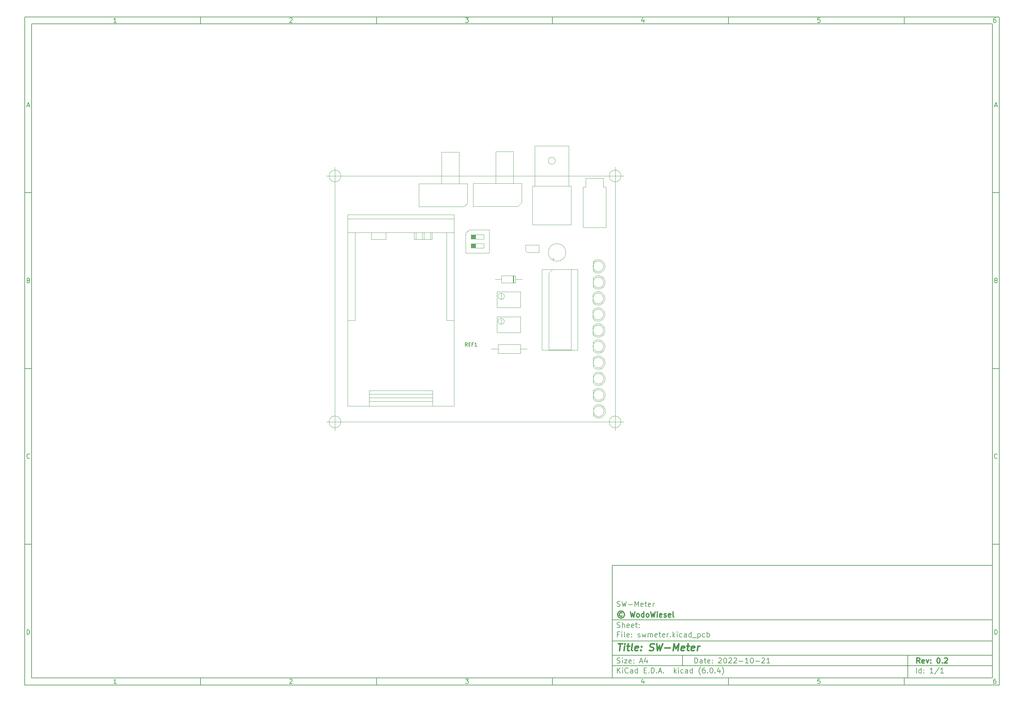
<source format=gbr>
%TF.GenerationSoftware,KiCad,Pcbnew,(6.0.4)*%
%TF.CreationDate,2022-11-15T21:12:37+01:00*%
%TF.ProjectId,swmeter,73776d65-7465-4722-9e6b-696361645f70,0.2*%
%TF.SameCoordinates,Original*%
%TF.FileFunction,AssemblyDrawing,Top*%
%FSLAX46Y46*%
G04 Gerber Fmt 4.6, Leading zero omitted, Abs format (unit mm)*
G04 Created by KiCad (PCBNEW (6.0.4)) date 2022-11-15 21:12:37*
%MOMM*%
%LPD*%
G01*
G04 APERTURE LIST*
%ADD10C,0.100000*%
%ADD11C,0.150000*%
%ADD12C,0.300000*%
%ADD13C,0.400000*%
%TA.AperFunction,Profile*%
%ADD14C,0.100000*%
%TD*%
G04 APERTURE END LIST*
D10*
D11*
X177002200Y-166007200D02*
X177002200Y-198007200D01*
X285002200Y-198007200D01*
X285002200Y-166007200D01*
X177002200Y-166007200D01*
D10*
D11*
X10000000Y-10000000D02*
X10000000Y-200007200D01*
X287002200Y-200007200D01*
X287002200Y-10000000D01*
X10000000Y-10000000D01*
D10*
D11*
X12000000Y-12000000D02*
X12000000Y-198007200D01*
X285002200Y-198007200D01*
X285002200Y-12000000D01*
X12000000Y-12000000D01*
D10*
D11*
X60000000Y-12000000D02*
X60000000Y-10000000D01*
D10*
D11*
X110000000Y-12000000D02*
X110000000Y-10000000D01*
D10*
D11*
X160000000Y-12000000D02*
X160000000Y-10000000D01*
D10*
D11*
X210000000Y-12000000D02*
X210000000Y-10000000D01*
D10*
D11*
X260000000Y-12000000D02*
X260000000Y-10000000D01*
D10*
D11*
X36065476Y-11588095D02*
X35322619Y-11588095D01*
X35694047Y-11588095D02*
X35694047Y-10288095D01*
X35570238Y-10473809D01*
X35446428Y-10597619D01*
X35322619Y-10659523D01*
D10*
D11*
X85322619Y-10411904D02*
X85384523Y-10350000D01*
X85508333Y-10288095D01*
X85817857Y-10288095D01*
X85941666Y-10350000D01*
X86003571Y-10411904D01*
X86065476Y-10535714D01*
X86065476Y-10659523D01*
X86003571Y-10845238D01*
X85260714Y-11588095D01*
X86065476Y-11588095D01*
D10*
D11*
X135260714Y-10288095D02*
X136065476Y-10288095D01*
X135632142Y-10783333D01*
X135817857Y-10783333D01*
X135941666Y-10845238D01*
X136003571Y-10907142D01*
X136065476Y-11030952D01*
X136065476Y-11340476D01*
X136003571Y-11464285D01*
X135941666Y-11526190D01*
X135817857Y-11588095D01*
X135446428Y-11588095D01*
X135322619Y-11526190D01*
X135260714Y-11464285D01*
D10*
D11*
X185941666Y-10721428D02*
X185941666Y-11588095D01*
X185632142Y-10226190D02*
X185322619Y-11154761D01*
X186127380Y-11154761D01*
D10*
D11*
X236003571Y-10288095D02*
X235384523Y-10288095D01*
X235322619Y-10907142D01*
X235384523Y-10845238D01*
X235508333Y-10783333D01*
X235817857Y-10783333D01*
X235941666Y-10845238D01*
X236003571Y-10907142D01*
X236065476Y-11030952D01*
X236065476Y-11340476D01*
X236003571Y-11464285D01*
X235941666Y-11526190D01*
X235817857Y-11588095D01*
X235508333Y-11588095D01*
X235384523Y-11526190D01*
X235322619Y-11464285D01*
D10*
D11*
X285941666Y-10288095D02*
X285694047Y-10288095D01*
X285570238Y-10350000D01*
X285508333Y-10411904D01*
X285384523Y-10597619D01*
X285322619Y-10845238D01*
X285322619Y-11340476D01*
X285384523Y-11464285D01*
X285446428Y-11526190D01*
X285570238Y-11588095D01*
X285817857Y-11588095D01*
X285941666Y-11526190D01*
X286003571Y-11464285D01*
X286065476Y-11340476D01*
X286065476Y-11030952D01*
X286003571Y-10907142D01*
X285941666Y-10845238D01*
X285817857Y-10783333D01*
X285570238Y-10783333D01*
X285446428Y-10845238D01*
X285384523Y-10907142D01*
X285322619Y-11030952D01*
D10*
D11*
X60000000Y-198007200D02*
X60000000Y-200007200D01*
D10*
D11*
X110000000Y-198007200D02*
X110000000Y-200007200D01*
D10*
D11*
X160000000Y-198007200D02*
X160000000Y-200007200D01*
D10*
D11*
X210000000Y-198007200D02*
X210000000Y-200007200D01*
D10*
D11*
X260000000Y-198007200D02*
X260000000Y-200007200D01*
D10*
D11*
X36065476Y-199595295D02*
X35322619Y-199595295D01*
X35694047Y-199595295D02*
X35694047Y-198295295D01*
X35570238Y-198481009D01*
X35446428Y-198604819D01*
X35322619Y-198666723D01*
D10*
D11*
X85322619Y-198419104D02*
X85384523Y-198357200D01*
X85508333Y-198295295D01*
X85817857Y-198295295D01*
X85941666Y-198357200D01*
X86003571Y-198419104D01*
X86065476Y-198542914D01*
X86065476Y-198666723D01*
X86003571Y-198852438D01*
X85260714Y-199595295D01*
X86065476Y-199595295D01*
D10*
D11*
X135260714Y-198295295D02*
X136065476Y-198295295D01*
X135632142Y-198790533D01*
X135817857Y-198790533D01*
X135941666Y-198852438D01*
X136003571Y-198914342D01*
X136065476Y-199038152D01*
X136065476Y-199347676D01*
X136003571Y-199471485D01*
X135941666Y-199533390D01*
X135817857Y-199595295D01*
X135446428Y-199595295D01*
X135322619Y-199533390D01*
X135260714Y-199471485D01*
D10*
D11*
X185941666Y-198728628D02*
X185941666Y-199595295D01*
X185632142Y-198233390D02*
X185322619Y-199161961D01*
X186127380Y-199161961D01*
D10*
D11*
X236003571Y-198295295D02*
X235384523Y-198295295D01*
X235322619Y-198914342D01*
X235384523Y-198852438D01*
X235508333Y-198790533D01*
X235817857Y-198790533D01*
X235941666Y-198852438D01*
X236003571Y-198914342D01*
X236065476Y-199038152D01*
X236065476Y-199347676D01*
X236003571Y-199471485D01*
X235941666Y-199533390D01*
X235817857Y-199595295D01*
X235508333Y-199595295D01*
X235384523Y-199533390D01*
X235322619Y-199471485D01*
D10*
D11*
X285941666Y-198295295D02*
X285694047Y-198295295D01*
X285570238Y-198357200D01*
X285508333Y-198419104D01*
X285384523Y-198604819D01*
X285322619Y-198852438D01*
X285322619Y-199347676D01*
X285384523Y-199471485D01*
X285446428Y-199533390D01*
X285570238Y-199595295D01*
X285817857Y-199595295D01*
X285941666Y-199533390D01*
X286003571Y-199471485D01*
X286065476Y-199347676D01*
X286065476Y-199038152D01*
X286003571Y-198914342D01*
X285941666Y-198852438D01*
X285817857Y-198790533D01*
X285570238Y-198790533D01*
X285446428Y-198852438D01*
X285384523Y-198914342D01*
X285322619Y-199038152D01*
D10*
D11*
X10000000Y-60000000D02*
X12000000Y-60000000D01*
D10*
D11*
X10000000Y-110000000D02*
X12000000Y-110000000D01*
D10*
D11*
X10000000Y-160000000D02*
X12000000Y-160000000D01*
D10*
D11*
X10690476Y-35216666D02*
X11309523Y-35216666D01*
X10566666Y-35588095D02*
X11000000Y-34288095D01*
X11433333Y-35588095D01*
D10*
D11*
X11092857Y-84907142D02*
X11278571Y-84969047D01*
X11340476Y-85030952D01*
X11402380Y-85154761D01*
X11402380Y-85340476D01*
X11340476Y-85464285D01*
X11278571Y-85526190D01*
X11154761Y-85588095D01*
X10659523Y-85588095D01*
X10659523Y-84288095D01*
X11092857Y-84288095D01*
X11216666Y-84350000D01*
X11278571Y-84411904D01*
X11340476Y-84535714D01*
X11340476Y-84659523D01*
X11278571Y-84783333D01*
X11216666Y-84845238D01*
X11092857Y-84907142D01*
X10659523Y-84907142D01*
D10*
D11*
X11402380Y-135464285D02*
X11340476Y-135526190D01*
X11154761Y-135588095D01*
X11030952Y-135588095D01*
X10845238Y-135526190D01*
X10721428Y-135402380D01*
X10659523Y-135278571D01*
X10597619Y-135030952D01*
X10597619Y-134845238D01*
X10659523Y-134597619D01*
X10721428Y-134473809D01*
X10845238Y-134350000D01*
X11030952Y-134288095D01*
X11154761Y-134288095D01*
X11340476Y-134350000D01*
X11402380Y-134411904D01*
D10*
D11*
X10659523Y-185588095D02*
X10659523Y-184288095D01*
X10969047Y-184288095D01*
X11154761Y-184350000D01*
X11278571Y-184473809D01*
X11340476Y-184597619D01*
X11402380Y-184845238D01*
X11402380Y-185030952D01*
X11340476Y-185278571D01*
X11278571Y-185402380D01*
X11154761Y-185526190D01*
X10969047Y-185588095D01*
X10659523Y-185588095D01*
D10*
D11*
X287002200Y-60000000D02*
X285002200Y-60000000D01*
D10*
D11*
X287002200Y-110000000D02*
X285002200Y-110000000D01*
D10*
D11*
X287002200Y-160000000D02*
X285002200Y-160000000D01*
D10*
D11*
X285692676Y-35216666D02*
X286311723Y-35216666D01*
X285568866Y-35588095D02*
X286002200Y-34288095D01*
X286435533Y-35588095D01*
D10*
D11*
X286095057Y-84907142D02*
X286280771Y-84969047D01*
X286342676Y-85030952D01*
X286404580Y-85154761D01*
X286404580Y-85340476D01*
X286342676Y-85464285D01*
X286280771Y-85526190D01*
X286156961Y-85588095D01*
X285661723Y-85588095D01*
X285661723Y-84288095D01*
X286095057Y-84288095D01*
X286218866Y-84350000D01*
X286280771Y-84411904D01*
X286342676Y-84535714D01*
X286342676Y-84659523D01*
X286280771Y-84783333D01*
X286218866Y-84845238D01*
X286095057Y-84907142D01*
X285661723Y-84907142D01*
D10*
D11*
X286404580Y-135464285D02*
X286342676Y-135526190D01*
X286156961Y-135588095D01*
X286033152Y-135588095D01*
X285847438Y-135526190D01*
X285723628Y-135402380D01*
X285661723Y-135278571D01*
X285599819Y-135030952D01*
X285599819Y-134845238D01*
X285661723Y-134597619D01*
X285723628Y-134473809D01*
X285847438Y-134350000D01*
X286033152Y-134288095D01*
X286156961Y-134288095D01*
X286342676Y-134350000D01*
X286404580Y-134411904D01*
D10*
D11*
X285661723Y-185588095D02*
X285661723Y-184288095D01*
X285971247Y-184288095D01*
X286156961Y-184350000D01*
X286280771Y-184473809D01*
X286342676Y-184597619D01*
X286404580Y-184845238D01*
X286404580Y-185030952D01*
X286342676Y-185278571D01*
X286280771Y-185402380D01*
X286156961Y-185526190D01*
X285971247Y-185588095D01*
X285661723Y-185588095D01*
D10*
D11*
X200434342Y-193785771D02*
X200434342Y-192285771D01*
X200791485Y-192285771D01*
X201005771Y-192357200D01*
X201148628Y-192500057D01*
X201220057Y-192642914D01*
X201291485Y-192928628D01*
X201291485Y-193142914D01*
X201220057Y-193428628D01*
X201148628Y-193571485D01*
X201005771Y-193714342D01*
X200791485Y-193785771D01*
X200434342Y-193785771D01*
X202577200Y-193785771D02*
X202577200Y-193000057D01*
X202505771Y-192857200D01*
X202362914Y-192785771D01*
X202077200Y-192785771D01*
X201934342Y-192857200D01*
X202577200Y-193714342D02*
X202434342Y-193785771D01*
X202077200Y-193785771D01*
X201934342Y-193714342D01*
X201862914Y-193571485D01*
X201862914Y-193428628D01*
X201934342Y-193285771D01*
X202077200Y-193214342D01*
X202434342Y-193214342D01*
X202577200Y-193142914D01*
X203077200Y-192785771D02*
X203648628Y-192785771D01*
X203291485Y-192285771D02*
X203291485Y-193571485D01*
X203362914Y-193714342D01*
X203505771Y-193785771D01*
X203648628Y-193785771D01*
X204720057Y-193714342D02*
X204577200Y-193785771D01*
X204291485Y-193785771D01*
X204148628Y-193714342D01*
X204077200Y-193571485D01*
X204077200Y-193000057D01*
X204148628Y-192857200D01*
X204291485Y-192785771D01*
X204577200Y-192785771D01*
X204720057Y-192857200D01*
X204791485Y-193000057D01*
X204791485Y-193142914D01*
X204077200Y-193285771D01*
X205434342Y-193642914D02*
X205505771Y-193714342D01*
X205434342Y-193785771D01*
X205362914Y-193714342D01*
X205434342Y-193642914D01*
X205434342Y-193785771D01*
X205434342Y-192857200D02*
X205505771Y-192928628D01*
X205434342Y-193000057D01*
X205362914Y-192928628D01*
X205434342Y-192857200D01*
X205434342Y-193000057D01*
X207220057Y-192428628D02*
X207291485Y-192357200D01*
X207434342Y-192285771D01*
X207791485Y-192285771D01*
X207934342Y-192357200D01*
X208005771Y-192428628D01*
X208077200Y-192571485D01*
X208077200Y-192714342D01*
X208005771Y-192928628D01*
X207148628Y-193785771D01*
X208077200Y-193785771D01*
X209005771Y-192285771D02*
X209148628Y-192285771D01*
X209291485Y-192357200D01*
X209362914Y-192428628D01*
X209434342Y-192571485D01*
X209505771Y-192857200D01*
X209505771Y-193214342D01*
X209434342Y-193500057D01*
X209362914Y-193642914D01*
X209291485Y-193714342D01*
X209148628Y-193785771D01*
X209005771Y-193785771D01*
X208862914Y-193714342D01*
X208791485Y-193642914D01*
X208720057Y-193500057D01*
X208648628Y-193214342D01*
X208648628Y-192857200D01*
X208720057Y-192571485D01*
X208791485Y-192428628D01*
X208862914Y-192357200D01*
X209005771Y-192285771D01*
X210077200Y-192428628D02*
X210148628Y-192357200D01*
X210291485Y-192285771D01*
X210648628Y-192285771D01*
X210791485Y-192357200D01*
X210862914Y-192428628D01*
X210934342Y-192571485D01*
X210934342Y-192714342D01*
X210862914Y-192928628D01*
X210005771Y-193785771D01*
X210934342Y-193785771D01*
X211505771Y-192428628D02*
X211577200Y-192357200D01*
X211720057Y-192285771D01*
X212077200Y-192285771D01*
X212220057Y-192357200D01*
X212291485Y-192428628D01*
X212362914Y-192571485D01*
X212362914Y-192714342D01*
X212291485Y-192928628D01*
X211434342Y-193785771D01*
X212362914Y-193785771D01*
X213005771Y-193214342D02*
X214148628Y-193214342D01*
X215648628Y-193785771D02*
X214791485Y-193785771D01*
X215220057Y-193785771D02*
X215220057Y-192285771D01*
X215077200Y-192500057D01*
X214934342Y-192642914D01*
X214791485Y-192714342D01*
X216577200Y-192285771D02*
X216720057Y-192285771D01*
X216862914Y-192357200D01*
X216934342Y-192428628D01*
X217005771Y-192571485D01*
X217077200Y-192857200D01*
X217077200Y-193214342D01*
X217005771Y-193500057D01*
X216934342Y-193642914D01*
X216862914Y-193714342D01*
X216720057Y-193785771D01*
X216577200Y-193785771D01*
X216434342Y-193714342D01*
X216362914Y-193642914D01*
X216291485Y-193500057D01*
X216220057Y-193214342D01*
X216220057Y-192857200D01*
X216291485Y-192571485D01*
X216362914Y-192428628D01*
X216434342Y-192357200D01*
X216577200Y-192285771D01*
X217720057Y-193214342D02*
X218862914Y-193214342D01*
X219505771Y-192428628D02*
X219577200Y-192357200D01*
X219720057Y-192285771D01*
X220077200Y-192285771D01*
X220220057Y-192357200D01*
X220291485Y-192428628D01*
X220362914Y-192571485D01*
X220362914Y-192714342D01*
X220291485Y-192928628D01*
X219434342Y-193785771D01*
X220362914Y-193785771D01*
X221791485Y-193785771D02*
X220934342Y-193785771D01*
X221362914Y-193785771D02*
X221362914Y-192285771D01*
X221220057Y-192500057D01*
X221077200Y-192642914D01*
X220934342Y-192714342D01*
D10*
D11*
X177002200Y-194507200D02*
X285002200Y-194507200D01*
D10*
D11*
X178434342Y-196585771D02*
X178434342Y-195085771D01*
X179291485Y-196585771D02*
X178648628Y-195728628D01*
X179291485Y-195085771D02*
X178434342Y-195942914D01*
X179934342Y-196585771D02*
X179934342Y-195585771D01*
X179934342Y-195085771D02*
X179862914Y-195157200D01*
X179934342Y-195228628D01*
X180005771Y-195157200D01*
X179934342Y-195085771D01*
X179934342Y-195228628D01*
X181505771Y-196442914D02*
X181434342Y-196514342D01*
X181220057Y-196585771D01*
X181077200Y-196585771D01*
X180862914Y-196514342D01*
X180720057Y-196371485D01*
X180648628Y-196228628D01*
X180577200Y-195942914D01*
X180577200Y-195728628D01*
X180648628Y-195442914D01*
X180720057Y-195300057D01*
X180862914Y-195157200D01*
X181077200Y-195085771D01*
X181220057Y-195085771D01*
X181434342Y-195157200D01*
X181505771Y-195228628D01*
X182791485Y-196585771D02*
X182791485Y-195800057D01*
X182720057Y-195657200D01*
X182577200Y-195585771D01*
X182291485Y-195585771D01*
X182148628Y-195657200D01*
X182791485Y-196514342D02*
X182648628Y-196585771D01*
X182291485Y-196585771D01*
X182148628Y-196514342D01*
X182077200Y-196371485D01*
X182077200Y-196228628D01*
X182148628Y-196085771D01*
X182291485Y-196014342D01*
X182648628Y-196014342D01*
X182791485Y-195942914D01*
X184148628Y-196585771D02*
X184148628Y-195085771D01*
X184148628Y-196514342D02*
X184005771Y-196585771D01*
X183720057Y-196585771D01*
X183577200Y-196514342D01*
X183505771Y-196442914D01*
X183434342Y-196300057D01*
X183434342Y-195871485D01*
X183505771Y-195728628D01*
X183577200Y-195657200D01*
X183720057Y-195585771D01*
X184005771Y-195585771D01*
X184148628Y-195657200D01*
X186005771Y-195800057D02*
X186505771Y-195800057D01*
X186720057Y-196585771D02*
X186005771Y-196585771D01*
X186005771Y-195085771D01*
X186720057Y-195085771D01*
X187362914Y-196442914D02*
X187434342Y-196514342D01*
X187362914Y-196585771D01*
X187291485Y-196514342D01*
X187362914Y-196442914D01*
X187362914Y-196585771D01*
X188077200Y-196585771D02*
X188077200Y-195085771D01*
X188434342Y-195085771D01*
X188648628Y-195157200D01*
X188791485Y-195300057D01*
X188862914Y-195442914D01*
X188934342Y-195728628D01*
X188934342Y-195942914D01*
X188862914Y-196228628D01*
X188791485Y-196371485D01*
X188648628Y-196514342D01*
X188434342Y-196585771D01*
X188077200Y-196585771D01*
X189577200Y-196442914D02*
X189648628Y-196514342D01*
X189577200Y-196585771D01*
X189505771Y-196514342D01*
X189577200Y-196442914D01*
X189577200Y-196585771D01*
X190220057Y-196157200D02*
X190934342Y-196157200D01*
X190077200Y-196585771D02*
X190577200Y-195085771D01*
X191077200Y-196585771D01*
X191577200Y-196442914D02*
X191648628Y-196514342D01*
X191577200Y-196585771D01*
X191505771Y-196514342D01*
X191577200Y-196442914D01*
X191577200Y-196585771D01*
X194577200Y-196585771D02*
X194577200Y-195085771D01*
X194720057Y-196014342D02*
X195148628Y-196585771D01*
X195148628Y-195585771D02*
X194577200Y-196157200D01*
X195791485Y-196585771D02*
X195791485Y-195585771D01*
X195791485Y-195085771D02*
X195720057Y-195157200D01*
X195791485Y-195228628D01*
X195862914Y-195157200D01*
X195791485Y-195085771D01*
X195791485Y-195228628D01*
X197148628Y-196514342D02*
X197005771Y-196585771D01*
X196720057Y-196585771D01*
X196577200Y-196514342D01*
X196505771Y-196442914D01*
X196434342Y-196300057D01*
X196434342Y-195871485D01*
X196505771Y-195728628D01*
X196577200Y-195657200D01*
X196720057Y-195585771D01*
X197005771Y-195585771D01*
X197148628Y-195657200D01*
X198434342Y-196585771D02*
X198434342Y-195800057D01*
X198362914Y-195657200D01*
X198220057Y-195585771D01*
X197934342Y-195585771D01*
X197791485Y-195657200D01*
X198434342Y-196514342D02*
X198291485Y-196585771D01*
X197934342Y-196585771D01*
X197791485Y-196514342D01*
X197720057Y-196371485D01*
X197720057Y-196228628D01*
X197791485Y-196085771D01*
X197934342Y-196014342D01*
X198291485Y-196014342D01*
X198434342Y-195942914D01*
X199791485Y-196585771D02*
X199791485Y-195085771D01*
X199791485Y-196514342D02*
X199648628Y-196585771D01*
X199362914Y-196585771D01*
X199220057Y-196514342D01*
X199148628Y-196442914D01*
X199077200Y-196300057D01*
X199077200Y-195871485D01*
X199148628Y-195728628D01*
X199220057Y-195657200D01*
X199362914Y-195585771D01*
X199648628Y-195585771D01*
X199791485Y-195657200D01*
X202077200Y-197157200D02*
X202005771Y-197085771D01*
X201862914Y-196871485D01*
X201791485Y-196728628D01*
X201720057Y-196514342D01*
X201648628Y-196157200D01*
X201648628Y-195871485D01*
X201720057Y-195514342D01*
X201791485Y-195300057D01*
X201862914Y-195157200D01*
X202005771Y-194942914D01*
X202077200Y-194871485D01*
X203291485Y-195085771D02*
X203005771Y-195085771D01*
X202862914Y-195157200D01*
X202791485Y-195228628D01*
X202648628Y-195442914D01*
X202577200Y-195728628D01*
X202577200Y-196300057D01*
X202648628Y-196442914D01*
X202720057Y-196514342D01*
X202862914Y-196585771D01*
X203148628Y-196585771D01*
X203291485Y-196514342D01*
X203362914Y-196442914D01*
X203434342Y-196300057D01*
X203434342Y-195942914D01*
X203362914Y-195800057D01*
X203291485Y-195728628D01*
X203148628Y-195657200D01*
X202862914Y-195657200D01*
X202720057Y-195728628D01*
X202648628Y-195800057D01*
X202577200Y-195942914D01*
X204077200Y-196442914D02*
X204148628Y-196514342D01*
X204077200Y-196585771D01*
X204005771Y-196514342D01*
X204077200Y-196442914D01*
X204077200Y-196585771D01*
X205077200Y-195085771D02*
X205220057Y-195085771D01*
X205362914Y-195157200D01*
X205434342Y-195228628D01*
X205505771Y-195371485D01*
X205577200Y-195657200D01*
X205577200Y-196014342D01*
X205505771Y-196300057D01*
X205434342Y-196442914D01*
X205362914Y-196514342D01*
X205220057Y-196585771D01*
X205077200Y-196585771D01*
X204934342Y-196514342D01*
X204862914Y-196442914D01*
X204791485Y-196300057D01*
X204720057Y-196014342D01*
X204720057Y-195657200D01*
X204791485Y-195371485D01*
X204862914Y-195228628D01*
X204934342Y-195157200D01*
X205077200Y-195085771D01*
X206220057Y-196442914D02*
X206291485Y-196514342D01*
X206220057Y-196585771D01*
X206148628Y-196514342D01*
X206220057Y-196442914D01*
X206220057Y-196585771D01*
X207577200Y-195585771D02*
X207577200Y-196585771D01*
X207220057Y-195014342D02*
X206862914Y-196085771D01*
X207791485Y-196085771D01*
X208220057Y-197157200D02*
X208291485Y-197085771D01*
X208434342Y-196871485D01*
X208505771Y-196728628D01*
X208577200Y-196514342D01*
X208648628Y-196157200D01*
X208648628Y-195871485D01*
X208577200Y-195514342D01*
X208505771Y-195300057D01*
X208434342Y-195157200D01*
X208291485Y-194942914D01*
X208220057Y-194871485D01*
D10*
D11*
X177002200Y-191507200D02*
X285002200Y-191507200D01*
D10*
D12*
X264411485Y-193785771D02*
X263911485Y-193071485D01*
X263554342Y-193785771D02*
X263554342Y-192285771D01*
X264125771Y-192285771D01*
X264268628Y-192357200D01*
X264340057Y-192428628D01*
X264411485Y-192571485D01*
X264411485Y-192785771D01*
X264340057Y-192928628D01*
X264268628Y-193000057D01*
X264125771Y-193071485D01*
X263554342Y-193071485D01*
X265625771Y-193714342D02*
X265482914Y-193785771D01*
X265197200Y-193785771D01*
X265054342Y-193714342D01*
X264982914Y-193571485D01*
X264982914Y-193000057D01*
X265054342Y-192857200D01*
X265197200Y-192785771D01*
X265482914Y-192785771D01*
X265625771Y-192857200D01*
X265697200Y-193000057D01*
X265697200Y-193142914D01*
X264982914Y-193285771D01*
X266197200Y-192785771D02*
X266554342Y-193785771D01*
X266911485Y-192785771D01*
X267482914Y-193642914D02*
X267554342Y-193714342D01*
X267482914Y-193785771D01*
X267411485Y-193714342D01*
X267482914Y-193642914D01*
X267482914Y-193785771D01*
X267482914Y-192857200D02*
X267554342Y-192928628D01*
X267482914Y-193000057D01*
X267411485Y-192928628D01*
X267482914Y-192857200D01*
X267482914Y-193000057D01*
X269625771Y-192285771D02*
X269768628Y-192285771D01*
X269911485Y-192357200D01*
X269982914Y-192428628D01*
X270054342Y-192571485D01*
X270125771Y-192857200D01*
X270125771Y-193214342D01*
X270054342Y-193500057D01*
X269982914Y-193642914D01*
X269911485Y-193714342D01*
X269768628Y-193785771D01*
X269625771Y-193785771D01*
X269482914Y-193714342D01*
X269411485Y-193642914D01*
X269340057Y-193500057D01*
X269268628Y-193214342D01*
X269268628Y-192857200D01*
X269340057Y-192571485D01*
X269411485Y-192428628D01*
X269482914Y-192357200D01*
X269625771Y-192285771D01*
X270768628Y-193642914D02*
X270840057Y-193714342D01*
X270768628Y-193785771D01*
X270697200Y-193714342D01*
X270768628Y-193642914D01*
X270768628Y-193785771D01*
X271411485Y-192428628D02*
X271482914Y-192357200D01*
X271625771Y-192285771D01*
X271982914Y-192285771D01*
X272125771Y-192357200D01*
X272197200Y-192428628D01*
X272268628Y-192571485D01*
X272268628Y-192714342D01*
X272197200Y-192928628D01*
X271340057Y-193785771D01*
X272268628Y-193785771D01*
D10*
D11*
X178362914Y-193714342D02*
X178577200Y-193785771D01*
X178934342Y-193785771D01*
X179077200Y-193714342D01*
X179148628Y-193642914D01*
X179220057Y-193500057D01*
X179220057Y-193357200D01*
X179148628Y-193214342D01*
X179077200Y-193142914D01*
X178934342Y-193071485D01*
X178648628Y-193000057D01*
X178505771Y-192928628D01*
X178434342Y-192857200D01*
X178362914Y-192714342D01*
X178362914Y-192571485D01*
X178434342Y-192428628D01*
X178505771Y-192357200D01*
X178648628Y-192285771D01*
X179005771Y-192285771D01*
X179220057Y-192357200D01*
X179862914Y-193785771D02*
X179862914Y-192785771D01*
X179862914Y-192285771D02*
X179791485Y-192357200D01*
X179862914Y-192428628D01*
X179934342Y-192357200D01*
X179862914Y-192285771D01*
X179862914Y-192428628D01*
X180434342Y-192785771D02*
X181220057Y-192785771D01*
X180434342Y-193785771D01*
X181220057Y-193785771D01*
X182362914Y-193714342D02*
X182220057Y-193785771D01*
X181934342Y-193785771D01*
X181791485Y-193714342D01*
X181720057Y-193571485D01*
X181720057Y-193000057D01*
X181791485Y-192857200D01*
X181934342Y-192785771D01*
X182220057Y-192785771D01*
X182362914Y-192857200D01*
X182434342Y-193000057D01*
X182434342Y-193142914D01*
X181720057Y-193285771D01*
X183077200Y-193642914D02*
X183148628Y-193714342D01*
X183077200Y-193785771D01*
X183005771Y-193714342D01*
X183077200Y-193642914D01*
X183077200Y-193785771D01*
X183077200Y-192857200D02*
X183148628Y-192928628D01*
X183077200Y-193000057D01*
X183005771Y-192928628D01*
X183077200Y-192857200D01*
X183077200Y-193000057D01*
X184862914Y-193357200D02*
X185577200Y-193357200D01*
X184720057Y-193785771D02*
X185220057Y-192285771D01*
X185720057Y-193785771D01*
X186862914Y-192785771D02*
X186862914Y-193785771D01*
X186505771Y-192214342D02*
X186148628Y-193285771D01*
X187077200Y-193285771D01*
D10*
D11*
X263434342Y-196585771D02*
X263434342Y-195085771D01*
X264791485Y-196585771D02*
X264791485Y-195085771D01*
X264791485Y-196514342D02*
X264648628Y-196585771D01*
X264362914Y-196585771D01*
X264220057Y-196514342D01*
X264148628Y-196442914D01*
X264077200Y-196300057D01*
X264077200Y-195871485D01*
X264148628Y-195728628D01*
X264220057Y-195657200D01*
X264362914Y-195585771D01*
X264648628Y-195585771D01*
X264791485Y-195657200D01*
X265505771Y-196442914D02*
X265577200Y-196514342D01*
X265505771Y-196585771D01*
X265434342Y-196514342D01*
X265505771Y-196442914D01*
X265505771Y-196585771D01*
X265505771Y-195657200D02*
X265577200Y-195728628D01*
X265505771Y-195800057D01*
X265434342Y-195728628D01*
X265505771Y-195657200D01*
X265505771Y-195800057D01*
X268148628Y-196585771D02*
X267291485Y-196585771D01*
X267720057Y-196585771D02*
X267720057Y-195085771D01*
X267577200Y-195300057D01*
X267434342Y-195442914D01*
X267291485Y-195514342D01*
X269862914Y-195014342D02*
X268577200Y-196942914D01*
X271148628Y-196585771D02*
X270291485Y-196585771D01*
X270720057Y-196585771D02*
X270720057Y-195085771D01*
X270577200Y-195300057D01*
X270434342Y-195442914D01*
X270291485Y-195514342D01*
D10*
D11*
X177002200Y-187507200D02*
X285002200Y-187507200D01*
D10*
D13*
X178714580Y-188211961D02*
X179857438Y-188211961D01*
X179036009Y-190211961D02*
X179286009Y-188211961D01*
X180274104Y-190211961D02*
X180440771Y-188878628D01*
X180524104Y-188211961D02*
X180416961Y-188307200D01*
X180500295Y-188402438D01*
X180607438Y-188307200D01*
X180524104Y-188211961D01*
X180500295Y-188402438D01*
X181107438Y-188878628D02*
X181869342Y-188878628D01*
X181476485Y-188211961D02*
X181262200Y-189926247D01*
X181333628Y-190116723D01*
X181512200Y-190211961D01*
X181702676Y-190211961D01*
X182655057Y-190211961D02*
X182476485Y-190116723D01*
X182405057Y-189926247D01*
X182619342Y-188211961D01*
X184190771Y-190116723D02*
X183988390Y-190211961D01*
X183607438Y-190211961D01*
X183428866Y-190116723D01*
X183357438Y-189926247D01*
X183452676Y-189164342D01*
X183571723Y-188973866D01*
X183774104Y-188878628D01*
X184155057Y-188878628D01*
X184333628Y-188973866D01*
X184405057Y-189164342D01*
X184381247Y-189354819D01*
X183405057Y-189545295D01*
X185155057Y-190021485D02*
X185238390Y-190116723D01*
X185131247Y-190211961D01*
X185047914Y-190116723D01*
X185155057Y-190021485D01*
X185131247Y-190211961D01*
X185286009Y-188973866D02*
X185369342Y-189069104D01*
X185262200Y-189164342D01*
X185178866Y-189069104D01*
X185286009Y-188973866D01*
X185262200Y-189164342D01*
X187524104Y-190116723D02*
X187797914Y-190211961D01*
X188274104Y-190211961D01*
X188476485Y-190116723D01*
X188583628Y-190021485D01*
X188702676Y-189831009D01*
X188726485Y-189640533D01*
X188655057Y-189450057D01*
X188571723Y-189354819D01*
X188393152Y-189259580D01*
X188024104Y-189164342D01*
X187845533Y-189069104D01*
X187762200Y-188973866D01*
X187690771Y-188783390D01*
X187714580Y-188592914D01*
X187833628Y-188402438D01*
X187940771Y-188307200D01*
X188143152Y-188211961D01*
X188619342Y-188211961D01*
X188893152Y-188307200D01*
X189571723Y-188211961D02*
X189797914Y-190211961D01*
X190357438Y-188783390D01*
X190559819Y-190211961D01*
X191286009Y-188211961D01*
X191893152Y-189450057D02*
X193416961Y-189450057D01*
X194274104Y-190211961D02*
X194524104Y-188211961D01*
X195012200Y-189640533D01*
X195857438Y-188211961D01*
X195607438Y-190211961D01*
X197333628Y-190116723D02*
X197131247Y-190211961D01*
X196750295Y-190211961D01*
X196571723Y-190116723D01*
X196500295Y-189926247D01*
X196595533Y-189164342D01*
X196714580Y-188973866D01*
X196916961Y-188878628D01*
X197297914Y-188878628D01*
X197476485Y-188973866D01*
X197547914Y-189164342D01*
X197524104Y-189354819D01*
X196547914Y-189545295D01*
X198155057Y-188878628D02*
X198916961Y-188878628D01*
X198524104Y-188211961D02*
X198309819Y-189926247D01*
X198381247Y-190116723D01*
X198559819Y-190211961D01*
X198750295Y-190211961D01*
X200190771Y-190116723D02*
X199988390Y-190211961D01*
X199607438Y-190211961D01*
X199428866Y-190116723D01*
X199357438Y-189926247D01*
X199452676Y-189164342D01*
X199571723Y-188973866D01*
X199774104Y-188878628D01*
X200155057Y-188878628D01*
X200333628Y-188973866D01*
X200405057Y-189164342D01*
X200381247Y-189354819D01*
X199405057Y-189545295D01*
X201131247Y-190211961D02*
X201297914Y-188878628D01*
X201250295Y-189259580D02*
X201369342Y-189069104D01*
X201476485Y-188973866D01*
X201678866Y-188878628D01*
X201869342Y-188878628D01*
D10*
D11*
X178934342Y-185600057D02*
X178434342Y-185600057D01*
X178434342Y-186385771D02*
X178434342Y-184885771D01*
X179148628Y-184885771D01*
X179720057Y-186385771D02*
X179720057Y-185385771D01*
X179720057Y-184885771D02*
X179648628Y-184957200D01*
X179720057Y-185028628D01*
X179791485Y-184957200D01*
X179720057Y-184885771D01*
X179720057Y-185028628D01*
X180648628Y-186385771D02*
X180505771Y-186314342D01*
X180434342Y-186171485D01*
X180434342Y-184885771D01*
X181791485Y-186314342D02*
X181648628Y-186385771D01*
X181362914Y-186385771D01*
X181220057Y-186314342D01*
X181148628Y-186171485D01*
X181148628Y-185600057D01*
X181220057Y-185457200D01*
X181362914Y-185385771D01*
X181648628Y-185385771D01*
X181791485Y-185457200D01*
X181862914Y-185600057D01*
X181862914Y-185742914D01*
X181148628Y-185885771D01*
X182505771Y-186242914D02*
X182577200Y-186314342D01*
X182505771Y-186385771D01*
X182434342Y-186314342D01*
X182505771Y-186242914D01*
X182505771Y-186385771D01*
X182505771Y-185457200D02*
X182577200Y-185528628D01*
X182505771Y-185600057D01*
X182434342Y-185528628D01*
X182505771Y-185457200D01*
X182505771Y-185600057D01*
X184291485Y-186314342D02*
X184434342Y-186385771D01*
X184720057Y-186385771D01*
X184862914Y-186314342D01*
X184934342Y-186171485D01*
X184934342Y-186100057D01*
X184862914Y-185957200D01*
X184720057Y-185885771D01*
X184505771Y-185885771D01*
X184362914Y-185814342D01*
X184291485Y-185671485D01*
X184291485Y-185600057D01*
X184362914Y-185457200D01*
X184505771Y-185385771D01*
X184720057Y-185385771D01*
X184862914Y-185457200D01*
X185434342Y-185385771D02*
X185720057Y-186385771D01*
X186005771Y-185671485D01*
X186291485Y-186385771D01*
X186577200Y-185385771D01*
X187148628Y-186385771D02*
X187148628Y-185385771D01*
X187148628Y-185528628D02*
X187220057Y-185457200D01*
X187362914Y-185385771D01*
X187577200Y-185385771D01*
X187720057Y-185457200D01*
X187791485Y-185600057D01*
X187791485Y-186385771D01*
X187791485Y-185600057D02*
X187862914Y-185457200D01*
X188005771Y-185385771D01*
X188220057Y-185385771D01*
X188362914Y-185457200D01*
X188434342Y-185600057D01*
X188434342Y-186385771D01*
X189720057Y-186314342D02*
X189577200Y-186385771D01*
X189291485Y-186385771D01*
X189148628Y-186314342D01*
X189077200Y-186171485D01*
X189077200Y-185600057D01*
X189148628Y-185457200D01*
X189291485Y-185385771D01*
X189577200Y-185385771D01*
X189720057Y-185457200D01*
X189791485Y-185600057D01*
X189791485Y-185742914D01*
X189077200Y-185885771D01*
X190220057Y-185385771D02*
X190791485Y-185385771D01*
X190434342Y-184885771D02*
X190434342Y-186171485D01*
X190505771Y-186314342D01*
X190648628Y-186385771D01*
X190791485Y-186385771D01*
X191862914Y-186314342D02*
X191720057Y-186385771D01*
X191434342Y-186385771D01*
X191291485Y-186314342D01*
X191220057Y-186171485D01*
X191220057Y-185600057D01*
X191291485Y-185457200D01*
X191434342Y-185385771D01*
X191720057Y-185385771D01*
X191862914Y-185457200D01*
X191934342Y-185600057D01*
X191934342Y-185742914D01*
X191220057Y-185885771D01*
X192577200Y-186385771D02*
X192577200Y-185385771D01*
X192577200Y-185671485D02*
X192648628Y-185528628D01*
X192720057Y-185457200D01*
X192862914Y-185385771D01*
X193005771Y-185385771D01*
X193505771Y-186242914D02*
X193577200Y-186314342D01*
X193505771Y-186385771D01*
X193434342Y-186314342D01*
X193505771Y-186242914D01*
X193505771Y-186385771D01*
X194220057Y-186385771D02*
X194220057Y-184885771D01*
X194362914Y-185814342D02*
X194791485Y-186385771D01*
X194791485Y-185385771D02*
X194220057Y-185957200D01*
X195434342Y-186385771D02*
X195434342Y-185385771D01*
X195434342Y-184885771D02*
X195362914Y-184957200D01*
X195434342Y-185028628D01*
X195505771Y-184957200D01*
X195434342Y-184885771D01*
X195434342Y-185028628D01*
X196791485Y-186314342D02*
X196648628Y-186385771D01*
X196362914Y-186385771D01*
X196220057Y-186314342D01*
X196148628Y-186242914D01*
X196077200Y-186100057D01*
X196077200Y-185671485D01*
X196148628Y-185528628D01*
X196220057Y-185457200D01*
X196362914Y-185385771D01*
X196648628Y-185385771D01*
X196791485Y-185457200D01*
X198077200Y-186385771D02*
X198077200Y-185600057D01*
X198005771Y-185457200D01*
X197862914Y-185385771D01*
X197577200Y-185385771D01*
X197434342Y-185457200D01*
X198077200Y-186314342D02*
X197934342Y-186385771D01*
X197577200Y-186385771D01*
X197434342Y-186314342D01*
X197362914Y-186171485D01*
X197362914Y-186028628D01*
X197434342Y-185885771D01*
X197577200Y-185814342D01*
X197934342Y-185814342D01*
X198077200Y-185742914D01*
X199434342Y-186385771D02*
X199434342Y-184885771D01*
X199434342Y-186314342D02*
X199291485Y-186385771D01*
X199005771Y-186385771D01*
X198862914Y-186314342D01*
X198791485Y-186242914D01*
X198720057Y-186100057D01*
X198720057Y-185671485D01*
X198791485Y-185528628D01*
X198862914Y-185457200D01*
X199005771Y-185385771D01*
X199291485Y-185385771D01*
X199434342Y-185457200D01*
X199791485Y-186528628D02*
X200934342Y-186528628D01*
X201291485Y-185385771D02*
X201291485Y-186885771D01*
X201291485Y-185457200D02*
X201434342Y-185385771D01*
X201720057Y-185385771D01*
X201862914Y-185457200D01*
X201934342Y-185528628D01*
X202005771Y-185671485D01*
X202005771Y-186100057D01*
X201934342Y-186242914D01*
X201862914Y-186314342D01*
X201720057Y-186385771D01*
X201434342Y-186385771D01*
X201291485Y-186314342D01*
X203291485Y-186314342D02*
X203148628Y-186385771D01*
X202862914Y-186385771D01*
X202720057Y-186314342D01*
X202648628Y-186242914D01*
X202577200Y-186100057D01*
X202577200Y-185671485D01*
X202648628Y-185528628D01*
X202720057Y-185457200D01*
X202862914Y-185385771D01*
X203148628Y-185385771D01*
X203291485Y-185457200D01*
X203934342Y-186385771D02*
X203934342Y-184885771D01*
X203934342Y-185457200D02*
X204077200Y-185385771D01*
X204362914Y-185385771D01*
X204505771Y-185457200D01*
X204577200Y-185528628D01*
X204648628Y-185671485D01*
X204648628Y-186100057D01*
X204577200Y-186242914D01*
X204505771Y-186314342D01*
X204362914Y-186385771D01*
X204077200Y-186385771D01*
X203934342Y-186314342D01*
D10*
D11*
X177002200Y-181507200D02*
X285002200Y-181507200D01*
D10*
D11*
X178362914Y-183614342D02*
X178577200Y-183685771D01*
X178934342Y-183685771D01*
X179077200Y-183614342D01*
X179148628Y-183542914D01*
X179220057Y-183400057D01*
X179220057Y-183257200D01*
X179148628Y-183114342D01*
X179077200Y-183042914D01*
X178934342Y-182971485D01*
X178648628Y-182900057D01*
X178505771Y-182828628D01*
X178434342Y-182757200D01*
X178362914Y-182614342D01*
X178362914Y-182471485D01*
X178434342Y-182328628D01*
X178505771Y-182257200D01*
X178648628Y-182185771D01*
X179005771Y-182185771D01*
X179220057Y-182257200D01*
X179862914Y-183685771D02*
X179862914Y-182185771D01*
X180505771Y-183685771D02*
X180505771Y-182900057D01*
X180434342Y-182757200D01*
X180291485Y-182685771D01*
X180077200Y-182685771D01*
X179934342Y-182757200D01*
X179862914Y-182828628D01*
X181791485Y-183614342D02*
X181648628Y-183685771D01*
X181362914Y-183685771D01*
X181220057Y-183614342D01*
X181148628Y-183471485D01*
X181148628Y-182900057D01*
X181220057Y-182757200D01*
X181362914Y-182685771D01*
X181648628Y-182685771D01*
X181791485Y-182757200D01*
X181862914Y-182900057D01*
X181862914Y-183042914D01*
X181148628Y-183185771D01*
X183077200Y-183614342D02*
X182934342Y-183685771D01*
X182648628Y-183685771D01*
X182505771Y-183614342D01*
X182434342Y-183471485D01*
X182434342Y-182900057D01*
X182505771Y-182757200D01*
X182648628Y-182685771D01*
X182934342Y-182685771D01*
X183077200Y-182757200D01*
X183148628Y-182900057D01*
X183148628Y-183042914D01*
X182434342Y-183185771D01*
X183577200Y-182685771D02*
X184148628Y-182685771D01*
X183791485Y-182185771D02*
X183791485Y-183471485D01*
X183862914Y-183614342D01*
X184005771Y-183685771D01*
X184148628Y-183685771D01*
X184648628Y-183542914D02*
X184720057Y-183614342D01*
X184648628Y-183685771D01*
X184577200Y-183614342D01*
X184648628Y-183542914D01*
X184648628Y-183685771D01*
X184648628Y-182757200D02*
X184720057Y-182828628D01*
X184648628Y-182900057D01*
X184577200Y-182828628D01*
X184648628Y-182757200D01*
X184648628Y-182900057D01*
D10*
D12*
X179768628Y-179542914D02*
X179625771Y-179471485D01*
X179340057Y-179471485D01*
X179197200Y-179542914D01*
X179054342Y-179685771D01*
X178982914Y-179828628D01*
X178982914Y-180114342D01*
X179054342Y-180257200D01*
X179197200Y-180400057D01*
X179340057Y-180471485D01*
X179625771Y-180471485D01*
X179768628Y-180400057D01*
X179482914Y-178971485D02*
X179125771Y-179042914D01*
X178768628Y-179257200D01*
X178554342Y-179614342D01*
X178482914Y-179971485D01*
X178554342Y-180328628D01*
X178768628Y-180685771D01*
X179125771Y-180900057D01*
X179482914Y-180971485D01*
X179840057Y-180900057D01*
X180197200Y-180685771D01*
X180411485Y-180328628D01*
X180482914Y-179971485D01*
X180411485Y-179614342D01*
X180197200Y-179257200D01*
X179840057Y-179042914D01*
X179482914Y-178971485D01*
X182125771Y-179185771D02*
X182482914Y-180685771D01*
X182768628Y-179614342D01*
X183054342Y-180685771D01*
X183411485Y-179185771D01*
X184197200Y-180685771D02*
X184054342Y-180614342D01*
X183982914Y-180542914D01*
X183911485Y-180400057D01*
X183911485Y-179971485D01*
X183982914Y-179828628D01*
X184054342Y-179757200D01*
X184197200Y-179685771D01*
X184411485Y-179685771D01*
X184554342Y-179757200D01*
X184625771Y-179828628D01*
X184697200Y-179971485D01*
X184697200Y-180400057D01*
X184625771Y-180542914D01*
X184554342Y-180614342D01*
X184411485Y-180685771D01*
X184197200Y-180685771D01*
X185982914Y-180685771D02*
X185982914Y-179185771D01*
X185982914Y-180614342D02*
X185840057Y-180685771D01*
X185554342Y-180685771D01*
X185411485Y-180614342D01*
X185340057Y-180542914D01*
X185268628Y-180400057D01*
X185268628Y-179971485D01*
X185340057Y-179828628D01*
X185411485Y-179757200D01*
X185554342Y-179685771D01*
X185840057Y-179685771D01*
X185982914Y-179757200D01*
X186911485Y-180685771D02*
X186768628Y-180614342D01*
X186697200Y-180542914D01*
X186625771Y-180400057D01*
X186625771Y-179971485D01*
X186697200Y-179828628D01*
X186768628Y-179757200D01*
X186911485Y-179685771D01*
X187125771Y-179685771D01*
X187268628Y-179757200D01*
X187340057Y-179828628D01*
X187411485Y-179971485D01*
X187411485Y-180400057D01*
X187340057Y-180542914D01*
X187268628Y-180614342D01*
X187125771Y-180685771D01*
X186911485Y-180685771D01*
X187911485Y-179185771D02*
X188268628Y-180685771D01*
X188554342Y-179614342D01*
X188840057Y-180685771D01*
X189197200Y-179185771D01*
X189768628Y-180685771D02*
X189768628Y-179685771D01*
X189768628Y-179185771D02*
X189697200Y-179257200D01*
X189768628Y-179328628D01*
X189840057Y-179257200D01*
X189768628Y-179185771D01*
X189768628Y-179328628D01*
X191054342Y-180614342D02*
X190911485Y-180685771D01*
X190625771Y-180685771D01*
X190482914Y-180614342D01*
X190411485Y-180471485D01*
X190411485Y-179900057D01*
X190482914Y-179757200D01*
X190625771Y-179685771D01*
X190911485Y-179685771D01*
X191054342Y-179757200D01*
X191125771Y-179900057D01*
X191125771Y-180042914D01*
X190411485Y-180185771D01*
X191697200Y-180614342D02*
X191840057Y-180685771D01*
X192125771Y-180685771D01*
X192268628Y-180614342D01*
X192340057Y-180471485D01*
X192340057Y-180400057D01*
X192268628Y-180257200D01*
X192125771Y-180185771D01*
X191911485Y-180185771D01*
X191768628Y-180114342D01*
X191697200Y-179971485D01*
X191697200Y-179900057D01*
X191768628Y-179757200D01*
X191911485Y-179685771D01*
X192125771Y-179685771D01*
X192268628Y-179757200D01*
X193554342Y-180614342D02*
X193411485Y-180685771D01*
X193125771Y-180685771D01*
X192982914Y-180614342D01*
X192911485Y-180471485D01*
X192911485Y-179900057D01*
X192982914Y-179757200D01*
X193125771Y-179685771D01*
X193411485Y-179685771D01*
X193554342Y-179757200D01*
X193625771Y-179900057D01*
X193625771Y-180042914D01*
X192911485Y-180185771D01*
X194482914Y-180685771D02*
X194340057Y-180614342D01*
X194268628Y-180471485D01*
X194268628Y-179185771D01*
D10*
D11*
X178362914Y-177614342D02*
X178577200Y-177685771D01*
X178934342Y-177685771D01*
X179077200Y-177614342D01*
X179148628Y-177542914D01*
X179220057Y-177400057D01*
X179220057Y-177257200D01*
X179148628Y-177114342D01*
X179077200Y-177042914D01*
X178934342Y-176971485D01*
X178648628Y-176900057D01*
X178505771Y-176828628D01*
X178434342Y-176757200D01*
X178362914Y-176614342D01*
X178362914Y-176471485D01*
X178434342Y-176328628D01*
X178505771Y-176257200D01*
X178648628Y-176185771D01*
X179005771Y-176185771D01*
X179220057Y-176257200D01*
X179720057Y-176185771D02*
X180077200Y-177685771D01*
X180362914Y-176614342D01*
X180648628Y-177685771D01*
X181005771Y-176185771D01*
X181577200Y-177114342D02*
X182720057Y-177114342D01*
X183434342Y-177685771D02*
X183434342Y-176185771D01*
X183934342Y-177257200D01*
X184434342Y-176185771D01*
X184434342Y-177685771D01*
X185720057Y-177614342D02*
X185577200Y-177685771D01*
X185291485Y-177685771D01*
X185148628Y-177614342D01*
X185077200Y-177471485D01*
X185077200Y-176900057D01*
X185148628Y-176757200D01*
X185291485Y-176685771D01*
X185577200Y-176685771D01*
X185720057Y-176757200D01*
X185791485Y-176900057D01*
X185791485Y-177042914D01*
X185077200Y-177185771D01*
X186220057Y-176685771D02*
X186791485Y-176685771D01*
X186434342Y-176185771D02*
X186434342Y-177471485D01*
X186505771Y-177614342D01*
X186648628Y-177685771D01*
X186791485Y-177685771D01*
X187862914Y-177614342D02*
X187720057Y-177685771D01*
X187434342Y-177685771D01*
X187291485Y-177614342D01*
X187220057Y-177471485D01*
X187220057Y-176900057D01*
X187291485Y-176757200D01*
X187434342Y-176685771D01*
X187720057Y-176685771D01*
X187862914Y-176757200D01*
X187934342Y-176900057D01*
X187934342Y-177042914D01*
X187220057Y-177185771D01*
X188577200Y-177685771D02*
X188577200Y-176685771D01*
X188577200Y-176971485D02*
X188648628Y-176828628D01*
X188720057Y-176757200D01*
X188862914Y-176685771D01*
X189005771Y-176685771D01*
D10*
D11*
D10*
D11*
D10*
D11*
D10*
D11*
X197002200Y-191507200D02*
X197002200Y-194507200D01*
D10*
D11*
X261002200Y-191507200D02*
X261002200Y-198007200D01*
D14*
X177790000Y-55235000D02*
X98155000Y-55235000D01*
X98155000Y-55235000D02*
X98155000Y-125185000D01*
X98155000Y-125185000D02*
X177790000Y-125185000D01*
X177790000Y-125185000D02*
X177790000Y-55235000D01*
X179456666Y-125185000D02*
G75*
G03*
X179456666Y-125185000I-1666666J0D01*
G01*
X175290000Y-125185000D02*
X180290000Y-125185000D01*
X177790000Y-122685000D02*
X177790000Y-127685000D01*
X99836666Y-125170000D02*
G75*
G03*
X99836666Y-125170000I-1666666J0D01*
G01*
X95670000Y-125170000D02*
X100670000Y-125170000D01*
X98170000Y-122670000D02*
X98170000Y-127670000D01*
X99866666Y-55240000D02*
G75*
G03*
X99866666Y-55240000I-1666666J0D01*
G01*
X95700000Y-55240000D02*
X100700000Y-55240000D01*
X98200000Y-52740000D02*
X98200000Y-57740000D01*
X179476666Y-55220000D02*
G75*
G03*
X179476666Y-55220000I-1666666J0D01*
G01*
X175310000Y-55220000D02*
X180310000Y-55220000D01*
X177810000Y-52720000D02*
X177810000Y-57720000D01*
D11*
%TO.C,REF1*%
X135812380Y-103632380D02*
X135479047Y-103156190D01*
X135240952Y-103632380D02*
X135240952Y-102632380D01*
X135621904Y-102632380D01*
X135717142Y-102680000D01*
X135764761Y-102727619D01*
X135812380Y-102822857D01*
X135812380Y-102965714D01*
X135764761Y-103060952D01*
X135717142Y-103108571D01*
X135621904Y-103156190D01*
X135240952Y-103156190D01*
X136240952Y-103108571D02*
X136574285Y-103108571D01*
X136717142Y-103632380D02*
X136240952Y-103632380D01*
X136240952Y-102632380D01*
X136717142Y-102632380D01*
X137479047Y-103108571D02*
X137145714Y-103108571D01*
X137145714Y-103632380D02*
X137145714Y-102632380D01*
X137621904Y-102632380D01*
X138526666Y-103632380D02*
X137955238Y-103632380D01*
X138240952Y-103632380D02*
X138240952Y-102632380D01*
X138145714Y-102775238D01*
X138050476Y-102870476D01*
X137955238Y-102918095D01*
D10*
%TO.C,SW2*%
X148850000Y-48325000D02*
X148850000Y-57325000D01*
X150250000Y-63825000D02*
X137450000Y-63825000D01*
X143850000Y-57325000D02*
X143850000Y-48325000D01*
X137450000Y-57325000D02*
X151250000Y-57325000D01*
X137450000Y-63825000D02*
X137450000Y-57325000D01*
X143850000Y-48325000D02*
X148850000Y-48325000D01*
X151250000Y-57325000D02*
X151250000Y-62825000D01*
X150250000Y-63825000D02*
X151250000Y-62825000D01*
%TO.C,D4*%
X174550000Y-108330000D02*
G75*
G03*
X174550000Y-108330000I-1500000J0D01*
G01*
X171549445Y-109495476D02*
G75*
G03*
X171550000Y-107163810I1500555J1165476D01*
G01*
X171550000Y-107163810D02*
X171550000Y-109496190D01*
%TO.C,J1*%
X169425000Y-55900000D02*
X174425000Y-55900000D01*
X174425000Y-58400000D02*
X174425000Y-55900000D01*
X168675000Y-58400000D02*
X169425000Y-58400000D01*
X168675000Y-69900000D02*
X175175000Y-69900000D01*
X168675000Y-69900000D02*
X168675000Y-58400000D01*
X174425000Y-58400000D02*
X175175000Y-58400000D01*
X175175000Y-58400000D02*
X175175000Y-69900000D01*
X169425000Y-55900000D02*
X169425000Y-58400000D01*
%TO.C,CV1*%
X163790000Y-76982000D02*
G75*
G03*
X163790000Y-76982000I-2500000J0D01*
G01*
X160202500Y-79115605D02*
X160202500Y-78615605D01*
X159952500Y-78865605D02*
X160452500Y-78865605D01*
%TO.C,RV1*%
X146330000Y-89455000D02*
G75*
G03*
X146330000Y-89455000I-890000J0D01*
G01*
X150930000Y-92685000D02*
X150930000Y-88185000D01*
X144220000Y-92685000D02*
X150930000Y-92685000D01*
X145440000Y-88573000D02*
X145439000Y-90336000D01*
X145440000Y-88573000D02*
X145439000Y-90336000D01*
X150930000Y-88185000D02*
X144220000Y-88185000D01*
X144220000Y-88185000D02*
X144220000Y-92685000D01*
%TO.C,D10*%
X174525000Y-80930000D02*
G75*
G03*
X174525000Y-80930000I-1500000J0D01*
G01*
X171524445Y-82095476D02*
G75*
G03*
X171525000Y-79763810I1500555J1165476D01*
G01*
X171525000Y-79763810D02*
X171525000Y-82096190D01*
%TO.C,SW1*%
X135870000Y-57430000D02*
X135870000Y-62930000D01*
X128470000Y-57430000D02*
X128470000Y-48430000D01*
X128470000Y-48430000D02*
X133470000Y-48430000D01*
X134870000Y-63930000D02*
X135870000Y-62930000D01*
X134870000Y-63930000D02*
X122070000Y-63930000D01*
X122070000Y-57430000D02*
X135870000Y-57430000D01*
X133470000Y-48430000D02*
X133470000Y-57430000D01*
X122070000Y-63930000D02*
X122070000Y-57430000D01*
%TO.C,BT1*%
X108500000Y-73300000D02*
X112600000Y-73300000D01*
X125900000Y-116300000D02*
X107900000Y-116300000D01*
X108500000Y-71300000D02*
X108500000Y-73300000D01*
X101800000Y-71300000D02*
X132000000Y-71300000D01*
X129900000Y-96300000D02*
X132000000Y-96300000D01*
X129900000Y-71300000D02*
X129900000Y-96300000D01*
X120700000Y-71300000D02*
X120700000Y-73300000D01*
X125300000Y-71300000D02*
X125300000Y-73300000D01*
X103900000Y-96300000D02*
X101800000Y-96300000D01*
X121200000Y-73300000D02*
X121200000Y-71300000D01*
X125900000Y-118300000D02*
X107900000Y-118300000D01*
X101800000Y-120700000D02*
X101800000Y-66200000D01*
X125900000Y-117300000D02*
X107900000Y-117300000D01*
X107900000Y-120700000D02*
X107900000Y-116300000D01*
X132000000Y-67450000D02*
X101800000Y-67450000D01*
X120700000Y-73300000D02*
X125800000Y-73300000D01*
X125800000Y-73300000D02*
X125800000Y-71300000D01*
X132000000Y-120700000D02*
X101800000Y-120700000D01*
X112600000Y-73300000D02*
X112600000Y-71300000D01*
X125900000Y-120700000D02*
X125900000Y-116300000D01*
X101800000Y-66200000D02*
X132000000Y-66200000D01*
X125900000Y-119300000D02*
X107900000Y-119300000D01*
X132000000Y-66200000D02*
X132000000Y-120700000D01*
X103900000Y-71300000D02*
X103900000Y-96300000D01*
X123000000Y-71300000D02*
X123000000Y-73300000D01*
X123500000Y-73300000D02*
X123500000Y-71300000D01*
%TO.C,J3*%
X156140000Y-74910000D02*
X156140000Y-77010000D01*
X152330000Y-76485000D02*
X152330000Y-74910000D01*
X156140000Y-77010000D02*
X152855000Y-77010000D01*
X152330000Y-74910000D02*
X156140000Y-74910000D01*
X152855000Y-77010000D02*
X152330000Y-76485000D01*
%TO.C,D1*%
X174650000Y-122180000D02*
G75*
G03*
X174650000Y-122180000I-1500000J0D01*
G01*
X171649445Y-123345476D02*
G75*
G03*
X171650000Y-121013810I1500555J1165476D01*
G01*
X171650000Y-121013810D02*
X171650000Y-123346190D01*
%TO.C,D9*%
X174550000Y-85505000D02*
G75*
G03*
X174550000Y-85505000I-1500000J0D01*
G01*
X171549445Y-86670476D02*
G75*
G03*
X171550000Y-84338810I1500555J1165476D01*
G01*
X171550000Y-84338810D02*
X171550000Y-86671190D01*
%TO.C,D5*%
X174525000Y-103730000D02*
G75*
G03*
X174525000Y-103730000I-1500000J0D01*
G01*
X171524445Y-104895476D02*
G75*
G03*
X171525000Y-102563810I1500555J1165476D01*
G01*
X171525000Y-102563810D02*
X171525000Y-104896190D01*
%TO.C,D7*%
X174500000Y-94630000D02*
G75*
G03*
X174500000Y-94630000I-1500000J0D01*
G01*
X171499445Y-95795476D02*
G75*
G03*
X171500000Y-93463810I1500555J1165476D01*
G01*
X171500000Y-93463810D02*
X171500000Y-95796190D01*
%TO.C,SW3*%
X136875000Y-73140000D02*
X138081667Y-73140000D01*
X136875000Y-75280000D02*
X138081667Y-75280000D01*
X136875000Y-74680000D02*
X138081667Y-74680000D01*
X142035000Y-77165000D02*
X135335000Y-77165000D01*
X136875000Y-72840000D02*
X138081667Y-72840000D01*
X136875000Y-74780000D02*
X138081667Y-74780000D01*
X136875000Y-72940000D02*
X138081667Y-72940000D01*
X136875000Y-72740000D02*
X138081667Y-72740000D01*
X136875000Y-72540000D02*
X138081667Y-72540000D01*
X136875000Y-75480000D02*
X138081667Y-75480000D01*
X136875000Y-73210000D02*
X140495000Y-73210000D01*
X136875000Y-75380000D02*
X138081667Y-75380000D01*
X140495000Y-74480000D02*
X136875000Y-74480000D01*
X140495000Y-73210000D02*
X140495000Y-71940000D01*
X138081667Y-74480000D02*
X138081667Y-75750000D01*
X140495000Y-71940000D02*
X136875000Y-71940000D01*
X136875000Y-74480000D02*
X136875000Y-75750000D01*
X136875000Y-75680000D02*
X138081667Y-75680000D01*
X136875000Y-73040000D02*
X138081667Y-73040000D01*
X136875000Y-72140000D02*
X138081667Y-72140000D01*
X138081667Y-71940000D02*
X138081667Y-73210000D01*
X136875000Y-75750000D02*
X140495000Y-75750000D01*
X136875000Y-75080000D02*
X138081667Y-75080000D01*
X136875000Y-74880000D02*
X138081667Y-74880000D01*
X136875000Y-72440000D02*
X138081667Y-72440000D01*
X136875000Y-72640000D02*
X138081667Y-72640000D01*
X140495000Y-75750000D02*
X140495000Y-74480000D01*
X136335000Y-70525000D02*
X142035000Y-70525000D01*
X135335000Y-71525000D02*
X136335000Y-70525000D01*
X136875000Y-74980000D02*
X138081667Y-74980000D01*
X136875000Y-72240000D02*
X138081667Y-72240000D01*
X136875000Y-74580000D02*
X138081667Y-74580000D01*
X136875000Y-72040000D02*
X138081667Y-72040000D01*
X136875000Y-71940000D02*
X136875000Y-73210000D01*
X136875000Y-72340000D02*
X138081667Y-72340000D01*
X136875000Y-75580000D02*
X138081667Y-75580000D01*
X136875000Y-75180000D02*
X138081667Y-75180000D01*
X142035000Y-70525000D02*
X142035000Y-77165000D01*
X135335000Y-77165000D02*
X135335000Y-71525000D01*
%TO.C,R1*%
X142650000Y-104430000D02*
X144580000Y-104430000D01*
X144580000Y-105680000D02*
X150880000Y-105680000D01*
X152810000Y-104430000D02*
X150880000Y-104430000D01*
X150880000Y-105680000D02*
X150880000Y-103180000D01*
X150880000Y-103180000D02*
X144580000Y-103180000D01*
X144580000Y-103180000D02*
X144580000Y-105680000D01*
%TO.C,U1*%
X158945000Y-82850000D02*
X159945000Y-81850000D01*
X165295000Y-104710000D02*
X158945000Y-104710000D01*
X157040000Y-104770000D02*
X167200000Y-104770000D01*
X157040000Y-81790000D02*
X157040000Y-104770000D01*
X165295000Y-81850000D02*
X165295000Y-104710000D01*
X158945000Y-104710000D02*
X158945000Y-82850000D01*
X167200000Y-104770000D02*
X167200000Y-81790000D01*
X159945000Y-81850000D02*
X165295000Y-81850000D01*
X167200000Y-81790000D02*
X157040000Y-81790000D01*
%TO.C,J2*%
X160800000Y-50900000D02*
G75*
G03*
X160800000Y-50900000I-1000000J0D01*
G01*
X165300000Y-69100000D02*
X154300000Y-69100000D01*
X164600000Y-46700000D02*
X155000000Y-46700000D01*
X154300000Y-69100000D02*
X154300000Y-58100000D01*
X165300000Y-58100000D02*
X165300000Y-69100000D01*
X164600000Y-58100000D02*
X164600000Y-46700000D01*
X155000000Y-58100000D02*
X155000000Y-46700000D01*
X154300000Y-58100000D02*
X165300000Y-58100000D01*
%TO.C,D2*%
X174600000Y-117530000D02*
G75*
G03*
X174600000Y-117530000I-1500000J0D01*
G01*
X171599445Y-118695476D02*
G75*
G03*
X171600000Y-116363810I1500555J1165476D01*
G01*
X171600000Y-116363810D02*
X171600000Y-118696190D01*
%TO.C,D0*%
X148800000Y-85600000D02*
X148800000Y-83600000D01*
X151310000Y-84600000D02*
X149500000Y-84600000D01*
X149500000Y-85600000D02*
X149500000Y-83600000D01*
X149000000Y-85600000D02*
X149000000Y-83600000D01*
X143690000Y-84600000D02*
X145500000Y-84600000D01*
X148900000Y-85600000D02*
X148900000Y-83600000D01*
X149500000Y-83600000D02*
X145500000Y-83600000D01*
X145500000Y-83600000D02*
X145500000Y-85600000D01*
X145500000Y-85600000D02*
X149500000Y-85600000D01*
%TO.C,D3*%
X174575000Y-112930000D02*
G75*
G03*
X174575000Y-112930000I-1500000J0D01*
G01*
X171574445Y-114095476D02*
G75*
G03*
X171575000Y-111763810I1500555J1165476D01*
G01*
X171575000Y-111763810D02*
X171575000Y-114096190D01*
%TO.C,D8*%
X174500000Y-90055000D02*
G75*
G03*
X174500000Y-90055000I-1500000J0D01*
G01*
X171499445Y-91220476D02*
G75*
G03*
X171500000Y-88888810I1500555J1165476D01*
G01*
X171500000Y-88888810D02*
X171500000Y-91221190D01*
%TO.C,RV2*%
X146300000Y-96545000D02*
G75*
G03*
X146300000Y-96545000I-890000J0D01*
G01*
X150900000Y-95275000D02*
X144190000Y-95275000D01*
X144190000Y-99775000D02*
X150900000Y-99775000D01*
X144190000Y-95275000D02*
X144190000Y-99775000D01*
X145410000Y-95663000D02*
X145409000Y-97426000D01*
X150900000Y-99775000D02*
X150900000Y-95275000D01*
X145410000Y-95663000D02*
X145409000Y-97426000D01*
%TO.C,D6*%
X174500000Y-99180000D02*
G75*
G03*
X174500000Y-99180000I-1500000J0D01*
G01*
X171499445Y-100345476D02*
G75*
G03*
X171500000Y-98013810I1500555J1165476D01*
G01*
X171500000Y-98013810D02*
X171500000Y-100346190D01*
%TD*%
M02*

</source>
